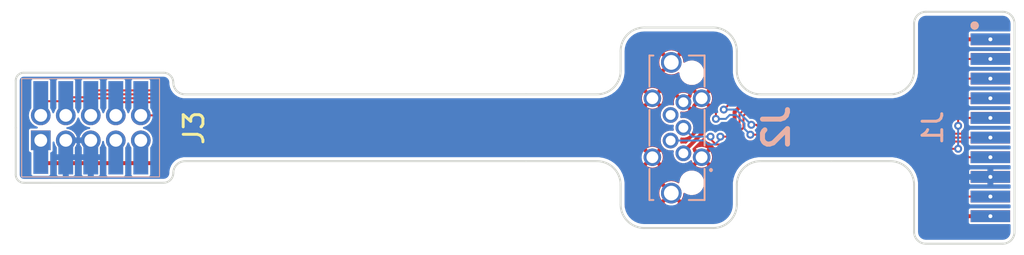
<source format=kicad_pcb>
(kicad_pcb (version 20221018) (generator pcbnew)
  (layers (0 "F.Cu" signal) (31 "B.Cu" signal) (34 "B.Paste" user) (35 "F.Paste" user) (36 "B.SilkS" user "B.Silkscreen") (37 "F.SilkS" user "F.Silkscreen") (38 "B.Mask" user) (39 "F.Mask" user) (44 "Edge.Cuts" user))
  (net 0 "")
  (net 1 "/USB_D+")
  (net 2 "/USB_D-")
  (net 3 "/USB_VBUS")
  (net 4 "/T_JTDI{slash}NC")
  (net 5 "/T_JTMS{slash}T_SWDIO")
  (net 6 "/T_JCLK{slash}T_SWCLK")
  (net 7 "/T_JTDO{slash}T_SWO")
  (net 8 "/GND")
  (net 9 "/T_NRST")
  (net 10 "/T_VCC")
  (net 11 "/USB_SHIELD")
  (footprint "DaisyInterconnect:2x05_P1.27mm_SMD" (layer "F.Cu") (at 18.6 20 90)
    (fp_text reference "J3" (at 0 5.2475 90) (layer "F.SilkS"))
    (fp_text value "20021321-00010C4LF" hide)
    (fp_rect (start -2.5 -3.5) (end 2.5 3.5) (stroke (width 0.05)) (fill none) (layer "B.SilkS"))
    (pad "1" smd rect (at -1.47375 -2.5275 90) (size 1.7475 0.755) (layers "B.Cu" "B.Paste" "B.Mask") (net 10 "/T_VCC"))
    (pad "1" thru_hole rect (at -0.64 -2.53 90) (size 1 1) (drill 0.65) (layers "*.Cu" "*.Mask") (net 10 "/T_VCC"))
    (pad "2" thru_hole oval (at 0.63 -2.53 90) (size 1 1) (drill 0.65) (layers "*.Cu" "*.Mask") (net 5 "/T_JTMS{slash}T_SWDIO"))
    (pad "2" smd rect (at 1.5 -2.53 90) (size 1.7475 0.755) (layers "B.Cu" "B.Paste" "B.Mask") (net 5 "/T_JTMS{slash}T_SWDIO"))
    (pad "3" smd rect (at -1.5 -1.26 90) (size 1.7475 0.755) (layers "B.Cu" "B.Paste" "B.Mask") (net 8 "/GND"))
    (pad "3" thru_hole oval (at -0.64 -1.26 90) (size 1 1) (drill 0.65) (layers "*.Cu" "*.Mask") (net 8 "/GND"))
    (pad "4" thru_hole oval (at 0.63 -1.26 90) (size 1 1) (drill 0.65) (layers "*.Cu" "*.Mask") (net 6 "/T_JCLK{slash}T_SWCLK"))
    (pad "4" smd rect (at 1.5 -1.26 90) (size 1.7475 0.755) (layers "B.Cu" "B.Paste" "B.Mask") (net 6 "/T_JCLK{slash}T_SWCLK"))
    (pad "5" smd rect (at -1.5 0.01 90) (size 1.7475 0.755) (layers "B.Cu" "B.Paste" "B.Mask") (net 8 "/GND"))
    (pad "5" thru_hole oval (at -0.64 0.01 90) (size 1 1) (drill 0.65) (layers "*.Cu" "*.Mask") (net 8 "/GND"))
    (pad "6" thru_hole oval (at 0.63 0.01 90) (size 1 1) (drill 0.65) (layers "*.Cu" "*.Mask") (net 7 "/T_JTDO{slash}T_SWO"))
    (pad "6" smd rect (at 1.5 0.01 90) (size 1.7475 0.755) (layers "B.Cu" "B.Paste" "B.Mask") (net 7 "/T_JTDO{slash}T_SWO"))
    (pad "7" smd rect (at -1.5 1.28 90) (size 1.7475 0.755) (layers "B.Cu" "B.Paste" "B.Mask"))
    (pad "7" thru_hole oval (at -0.64 1.28 90) (size 1 1) (drill 0.65) (layers "*.Cu" "*.Mask"))
    (pad "8" thru_hole oval (at 0.63 1.28 90) (size 1 1) (drill 0.65) (layers "*.Cu" "*.Mask") (net 4 "/T_JTDI{slash}NC"))
    (pad "8" smd rect (at 1.5 1.28 90) (size 1.7475 0.755) (layers "B.Cu" "B.Paste" "B.Mask") (net 4 "/T_JTDI{slash}NC"))
    (pad "9" smd rect (at -1.5 2.55 90) (size 1.7475 0.755) (layers "B.Cu" "B.Paste" "B.Mask"))
    (pad "9" thru_hole oval (at -0.64 2.55 90) (size 1 1) (drill 0.65) (layers "*.Cu" "*.Mask"))
    (pad "10" thru_hole oval (at 0.63 2.55 90) (size 1 1) (drill 0.65) (layers "*.Cu" "*.Mask") (net 9 "/T_NRST"))
    (pad "10" smd rect (at 1.5 2.55 90) (size 1.7475 0.755) (layers "B.Cu" "B.Paste" "B.Mask") (net 9 "/T_NRST"))
  )
  (footprint "DaisyInterconnect:USB315030130A" (layer "B.Cu") (at 48.375 20 90)
    (fp_text reference "J2" (at 0.016 5.0355 90) (layer "B.SilkS") (effects (font (size 1.27 1.27) (thickness 0.254)) (justify mirror)))
    (fp_text value "USB3150-30-130-A" hide)
    (fp_line (start -3.675 -1.4) (end -3.675 -1.2) (stroke (width 0.1)) (layer "B.SilkS"))
    (fp_line (start -3.675 1.4) (end -3.675 0.6) (stroke (width 0.1)) (layer "B.SilkS"))
    (fp_line (start -2.2 1.725) (end -2.2 1.725) (stroke (width 0.1)) (layer "B.SilkS"))
    (fp_line (start -2.1 -1.4) (end -3.675 -1.4) (stroke (width 0.1)) (layer "B.SilkS"))
    (fp_line (start -2.1 1.4) (end -3.675 1.4) (stroke (width 0.1)) (layer "B.SilkS"))
    (fp_line (start -2.1 1.725) (end -2.1 1.725) (stroke (width 0.1)) (layer "B.SilkS"))
    (fp_line (start -0.9 -1.4) (end 0.9 -1.4) (stroke (width 0.1)) (layer "B.SilkS"))
    (fp_line (start -0.9 1.4) (end 0.9 1.4) (stroke (width 0.1)) (layer "B.SilkS"))
    (fp_line (start 2.1 -1.4) (end 3.675 -1.4) (stroke (width 0.1)) (layer "B.SilkS"))
    (fp_line (start 2.1 1.4) (end 3.675 1.4) (stroke (width 0.1)) (layer "B.SilkS"))
    (fp_line (start 3.675 -1.4) (end 3.675 -1.2) (stroke (width 0.1)) (layer "B.SilkS"))
    (fp_line (start 3.675 1.4) (end 3.675 0.6) (stroke (width 0.1)) (layer "B.SilkS"))
    (fp_arc (start -2.2 1.725) (mid -2.15 1.675) (end -2.1 1.725) (stroke (width 0.1)) (layer "B.SilkS"))
    (fp_arc (start -2.1 1.725) (mid -2.15 1.775) (end -2.2 1.725) (stroke (width 0.1)) (layer "B.SilkS"))
    (pad "" np_thru_hole circle (at -2.8 0.75 90) (size 0.85 0.85) (drill 0.85) (layers "*.Cu" "*.Mask"))
    (pad "" np_thru_hole circle (at 2.8 0.75 90) (size 0.85 0.85) (drill 0.85) (layers "*.Cu" "*.Mask"))
    (pad "1" thru_hole circle (at -1.3 0.325 90) (size 0.8 0.8) (drill 0.5) (layers "*.Cu" "*.Mask") (net 3 "/USB_VBUS"))
    (pad "2" thru_hole circle (at -0.65 -0.325 90) (size 0.8 0.8) (drill 0.5) (layers "*.Cu" "*.Mask") (net 2 "/USB_D-"))
    (pad "3" thru_hole circle (at 0 0.325 90) (size 0.8 0.8) (drill 0.5) (layers "*.Cu" "*.Mask") (net 1 "/USB_D+"))
    (pad "4" thru_hole circle (at 0.65 -0.325 90) (size 0.8 0.8) (drill 0.5) (layers "*.Cu" "*.Mask"))
    (pad "5" thru_hole circle (at 1.3 0.325 90) (size 0.8 0.8) (drill 0.5) (layers "*.Cu" "*.Mask") (net 11 "/USB_SHIELD"))
    (pad "S1" thru_hole circle (at -3.325 -0.29 90) (size 1.05 1.05) (drill 0.75) (layers "*.Cu" "*.Mask") (net 11 "/USB_SHIELD"))
    (pad "S2" thru_hole circle (at 3.325 -0.29 90) (size 1.05 1.05) (drill 0.75) (layers "*.Cu" "*.Mask") (net 11 "/USB_SHIELD"))
    (pad "S3" thru_hole circle (at -1.5 -1.25 90) (size 0.89 0.89) (drill 0.6) (layers "*.Cu" "*.Mask") (net 11 "/USB_SHIELD"))
    (pad "S4" thru_hole circle (at 1.5 -1.25 90) (size 0.89 0.89) (drill 0.6) (layers "*.Cu" "*.Mask") (net 11 "/USB_SHIELD"))
    (pad "S5" thru_hole circle (at 1.5 1.25 90) (size 0.89 0.89) (drill 0.6) (layers "*.Cu" "*.Mask") (net 11 "/USB_SHIELD"))
    (pad "S6" thru_hole circle (at -1.5 1.25 90) (size 0.89 0.89) (drill 0.6) (layers "*.Cu" "*.Mask") (net 11 "/USB_SHIELD"))
  )
  (footprint "DaisyInterconnect:DaisyInterconnect" (layer "B.Cu") (at 63.1875 20 90)
    (fp_text reference "J1" (at 0 -1.825 90) (layer "B.SilkS") (effects (justify mirror)))
    (fp_text value "DaisyInterconnect" hide)
    (fp_circle (center 5.2 0.3) (end 5.36 0.3) (stroke (width 0.1)) (fill solid) (layer "B.SilkS"))
    (fp_circle (center 5.2 0.3) (end 5.36 0.3) (stroke (width 0.1)) (fill solid) (layer "F.SilkS"))
    (pad "1" smd rect (at 4.5 1.1 90) (size 0.6 2) (layers "F.Cu" "F.Paste" "F.Mask") (net 3 "/USB_VBUS"))
    (pad "1" smd rect (at 4.5 1.1 90) (size 0.6 2) (layers "B.Cu" "B.Paste" "B.Mask") (net 3 "/USB_VBUS"))
    (pad "2" smd rect (at 3.5 1.1 90) (size 0.6 2) (layers "F.Cu" "F.Paste" "F.Mask") (net 2 "/USB_D-"))
    (pad "2" smd rect (at 3.5 1.1 90) (size 0.6 2) (layers "B.Cu" "B.Paste" "B.Mask") (net 2 "/USB_D-"))
    (pad "3" smd rect (at 2.5 1.1 90) (size 0.6 2) (layers "F.Cu" "F.Paste" "F.Mask") (net 1 "/USB_D+"))
    (pad "3" smd rect (at 2.5 1.1 90) (size 0.6 2) (layers "B.Cu" "B.Paste" "B.Mask") (net 1 "/USB_D+"))
    (pad "4" smd rect (at 1.5 1.1 90) (size 0.6 2) (layers "F.Cu" "F.Paste" "F.Mask") (net 4 "/T_JTDI{slash}NC"))
    (pad "4" smd rect (at 1.5 1.1 90) (size 0.6 2) (layers "B.Cu" "B.Paste" "B.Mask") (net 4 "/T_JTDI{slash}NC"))
    (pad "5" smd rect (at 0.5 1.1 90) (size 0.6 2) (layers "F.Cu" "F.Paste" "F.Mask") (net 5 "/T_JTMS{slash}T_SWDIO"))
    (pad "5" smd rect (at 0.5 1.1 90) (size 0.6 2) (layers "B.Cu" "B.Paste" "B.Mask") (net 5 "/T_JTMS{slash}T_SWDIO"))
    (pad "6" smd rect (at -0.5 1.1 90) (size 0.6 2) (layers "F.Cu" "F.Paste" "F.Mask") (net 6 "/T_JCLK{slash}T_SWCLK"))
    (pad "6" smd rect (at -0.5 1.1 90) (size 0.6 2) (layers "B.Cu" "B.Paste" "B.Mask") (net 6 "/T_JCLK{slash}T_SWCLK"))
    (pad "7" smd rect (at -1.5 1.1 90) (size 0.6 2) (layers "F.Cu" "F.Paste" "F.Mask") (net 7 "/T_JTDO{slash}T_SWO"))
    (pad "7" smd rect (at -1.5 1.1 90) (size 0.6 2) (layers "B.Cu" "B.Paste" "B.Mask") (net 7 "/T_JTDO{slash}T_SWO"))
    (pad "8" smd rect (at -2.5 1.1 90) (size 0.6 2) (layers "F.Cu" "F.Paste" "F.Mask") (net 8 "/GND"))
    (pad "8" smd rect (at -2.5 1.1 90) (size 0.6 2) (layers "B.Cu" "B.Paste" "B.Mask") (net 8 "/GND"))
    (pad "9" smd rect (at -3.5 1.1 90) (size 0.6 2) (layers "F.Cu" "F.Paste" "F.Mask") (net 9 "/T_NRST"))
    (pad "9" smd rect (at -3.5 1.1 90) (size 0.6 2) (layers "B.Cu" "B.Paste" "B.Mask") (net 9 "/T_NRST"))
    (pad "10" smd rect (at -4.5 1.1 90) (size 0.6 2) (layers "F.Cu" "F.Paste" "F.Mask") (net 10 "/T_VCC"))
    (pad "10" smd rect (at -4.5 1.1 90) (size 0.6 2) (layers "B.Cu" "B.Paste" "B.Mask") (net 10 "/T_VCC"))
  )
  (gr_arc (start 23.4 18.3) (mid 22.975736 18.124264) (end 22.8 17.7) (stroke (width 0.1)) (layer "Edge.Cuts"))
  (gr_line (start 64.9125 25.9) (end 61.0125 25.9) (stroke (width 0.1)) (layer "Edge.Cuts"))
  (gr_arc (start 64.9125 14.1) (mid 65.336764 14.275736) (end 65.5125 14.7) (stroke (width 0.1)) (layer "Edge.Cuts"))
  (gr_arc (start 52.6125 18.3) (mid 51.763972 17.948528) (end 51.4125 17.1) (stroke (width 0.1)) (layer "Edge.Cuts"))
  (gr_arc (start 61.0125 25.9) (mid 60.588236 25.724264) (end 60.4125 25.3) (stroke (width 0.1)) (layer "Edge.Cuts"))
  (gr_line (start 15.20625 17.2) (end 22.3 17.2) (stroke (width 0.1)) (layer "Edge.Cuts"))
  (gr_arc (start 51.4125 22.9) (mid 51.763972 22.051472) (end 52.6125 21.7) (stroke (width 0.1)) (layer "Edge.Cuts"))
  (gr_line (start 56.2125 18.3) (end 59.2125 18.3) (stroke (width 0.1)) (layer "Edge.Cuts"))
  (gr_arc (start 60.4125 17.1) (mid 60.061028 17.948528) (end 59.2125 18.3) (stroke (width 0.1)) (layer "Edge.Cuts"))
  (gr_arc (start 15.2125 22.800368) (mid 14.920818 22.67955) (end 14.8 22.387868) (stroke (width 0.1)) (layer "Edge.Cuts"))
  (gr_arc (start 50.2125 14.9) (mid 51.061028 15.251472) (end 51.4125 16.1) (stroke (width 0.1)) (layer "Edge.Cuts"))
  (gr_line (start 65.5125 14.7) (end 65.5125 20) (stroke (width 0.1)) (layer "Edge.Cuts"))
  (gr_line (start 51.4125 17.1) (end 51.4125 16.1) (stroke (width 0.1)) (layer "Edge.Cuts"))
  (gr_line (start 60.4125 25.3) (end 60.4125 22.9) (stroke (width 0.1)) (layer "Edge.Cuts"))
  (gr_line (start 23.4 18.3) (end 40.7125 18.3) (stroke (width 0.1)) (layer "Edge.Cuts"))
  (gr_arc (start 14.8 17.6) (mid 14.917157 17.317157) (end 15.2 17.2) (stroke (width 0.1)) (layer "Edge.Cuts"))
  (gr_line (start 56.2125 21.7) (end 59.2125 21.7) (stroke (width 0.1)) (layer "Edge.Cuts"))
  (gr_arc (start 22.8 22.299816) (mid 22.653553 22.653369) (end 22.3 22.799816) (stroke (width 0.1)) (layer "Edge.Cuts"))
  (gr_arc (start 22.3 17.2) (mid 22.653553 17.346447) (end 22.8 17.7) (stroke (width 0.1)) (layer "Edge.Cuts"))
  (gr_arc (start 45.5125 16.1) (mid 45.863972 15.251472) (end 46.7125 14.9) (stroke (width 0.1)) (layer "Edge.Cuts"))
  (gr_line (start 23.4 21.7) (end 40.7125 21.7) (stroke (width 0.1)) (layer "Edge.Cuts"))
  (gr_arc (start 44.3125 21.7) (mid 45.161028 22.051472) (end 45.5125 22.9) (stroke (width 0.1)) (layer "Edge.Cuts"))
  (gr_arc (start 60.4125 14.7) (mid 60.588236 14.275736) (end 61.0125 14.1) (stroke (width 0.1)) (layer "Edge.Cuts"))
  (gr_line (start 64.9125 14.1) (end 61.0125 14.1) (stroke (width 0.1)) (layer "Edge.Cuts"))
  (gr_line (start 60.4125 14.7) (end 60.4125 17.1) (stroke (width 0.1)) (layer "Edge.Cuts"))
  (gr_line (start 14.8 22.387868) (end 14.8 20) (stroke (width 0.1)) (layer "Edge.Cuts"))
  (gr_line (start 52.6125 18.3) (end 56.2125 18.3) (stroke (width 0.1)) (layer "Edge.Cuts"))
  (gr_arc (start 65.5125 25.3) (mid 65.336764 25.724264) (end 64.9125 25.9) (stroke (width 0.1)) (layer "Edge.Cuts"))
  (gr_line (start 45.5125 22.9) (end 45.5125 23.9) (stroke (width 0.1)) (layer "Edge.Cuts"))
  (gr_arc (start 45.5125 17.1) (mid 45.161028 17.948528) (end 44.3125 18.3) (stroke (width 0.1)) (layer "Edge.Cuts"))
  (gr_arc (start 22.8 22.299816) (mid 22.975801 21.875671) (end 23.4 21.7) (stroke (width 0.1)) (layer "Edge.Cuts"))
  (gr_arc (start 51.4125 23.9) (mid 51.061028 24.748528) (end 50.2125 25.1) (stroke (width 0.1)) (layer "Edge.Cuts"))
  (gr_line (start 40.7125 18.3) (end 44.3125 18.3) (stroke (width 0.1)) (layer "Edge.Cuts"))
  (gr_line (start 46.7125 25.1) (end 50.2125 25.1) (stroke (width 0.1)) (layer "Edge.Cuts"))
  (gr_line (start 45.5125 17.1) (end 45.5125 16.1) (stroke (width 0.1)) (layer "Edge.Cuts"))
  (gr_line (start 51.4125 22.9) (end 51.4125 23.9) (stroke (width 0.1)) (layer "Edge.Cuts"))
  (gr_arc (start 46.7125 25.1) (mid 45.863972 24.748528) (end 45.5125 23.9) (stroke (width 0.1)) (layer "Edge.Cuts"))
  (gr_line (start 46.7125 14.9) (end 50.2125 14.9) (stroke (width 0.1)) (layer "Edge.Cuts"))
  (gr_line (start 15.2125 22.800368) (end 22.3 22.799816) (stroke (width 0.1)) (layer "Edge.Cuts"))
  (gr_arc (start 59.2125 21.7) (mid 60.061028 22.051472) (end 60.4125 22.9) (stroke (width 0.1)) (layer "Edge.Cuts"))
  (gr_line (start 65.5125 25.3) (end 65.5125 20) (stroke (width 0.1)) (layer "Edge.Cuts"))
  (gr_line (start 40.7125 21.7) (end 44.3125 21.7) (stroke (width 0.1)) (layer "Edge.Cuts"))
  (gr_line (start 14.8 17.6) (end 14.8 20) (stroke (width 0.1)) (layer "Edge.Cuts"))
  (gr_line (start 52.6125 21.7) (end 56.2125 21.7) (stroke (width 0.1)) (layer "Edge.Cuts"))
  (segment (start 61.6 17.1) (end 62.387499 17.1) (width 0.1) (layer "F.Cu") (net 1))
  (segment (start 51.75 19.382842) (end 51.882842 19.25) (width 0.1) (layer "F.Cu") (net 1))
  (segment (start 50.7 20.85) (end 50.9 20.65) (width 0.1) (layer "F.Cu") (net 1))
  (segment (start 62.387499 17.1) (end 62.787499 17.5) (width 0.1) (layer "F.Cu") (net 1))
  (segment (start 50.9 20.65) (end 51.091422 20.65) (width 0.1) (layer "F.Cu") (net 1))
  (segment (start 50.075654 20.575654) (end 50.35 20.85) (width 0.1) (layer "F.Cu") (net 1))
  (segment (start 51.75 19.991422) (end 51.75 19.382842) (width 0.1) (layer "F.Cu") (net 1))
  (segment (start 61.4 17.891422) (end 61.4 17.3) (width 0.1) (layer "F.Cu") (net 1))
  (segment (start 50.35 20.85) (end 50.7 20.85) (width 0.1) (layer "F.Cu") (net 1))
  (segment (start 61.4 17.3) (end 61.6 17.1) (width 0.1) (layer "F.Cu") (net 1))
  (segment (start 62.787499 17.5) (end 64.2875 17.5) (width 0.1) (layer "F.Cu") (net 1))
  (segment (start 51.882842 19.25) (end 60.041422 19.25) (width 0.1) (layer "F.Cu") (net 1))
  (segment (start 60.041422 19.25) (end 61.4 17.891422) (width 0.1) (layer "F.Cu") (net 1))
  (segment (start 51.091422 20.65) (end 51.75 19.991422) (width 0.1) (layer "F.Cu") (net 1))
  (segment (start 50.075654 20.450552) (end 50.075654 20.575654) (width 0.1) (layer "F.Cu") (net 1))
  (via (at 50.075654 20.450552) (size 0.4) (drill 0.2) (layers "F.Cu" "B.Cu") (net 1))
  (via (at 64.2875 17.5) (size 0.4) (drill 0.2) (layers "F.Cu" "B.Cu") (net 1))
  (segment (start 49.15 20.45) (end 48.7 20) (width 0.1) (layer "B.Cu") (net 1))
  (segment (start 50.075654 20.450552) (end 50.075102 20.45) (width 0.1) (layer "B.Cu") (net 1))
  (segment (start 50.075102 20.45) (end 49.15 20.45) (width 0.1) (layer "B.Cu") (net 1))
  (segment (start 51.55 19.3) (end 51.8 19.05) (width 0.1) (layer "F.Cu") (net 2))
  (segment (start 61.2 17.2) (end 61.5 16.9) (width 0.1) (layer "F.Cu") (net 2))
  (segment (start 61.5 16.9) (end 62.387499 16.9) (width 0.1) (layer "F.Cu") (net 2))
  (segment (start 62.387499 16.9) (end 62.787499 16.5) (width 0.1) (layer "F.Cu") (net 2))
  (segment (start 59.958578 19.05) (end 61.2 17.808578) (width 0.1) (layer "F.Cu") (net 2))
  (segment (start 50.575156 20.4505) (end 51.008078 20.4505) (width 0.1) (layer "F.Cu") (net 2))
  (segment (start 61.2 17.808578) (end 61.2 17.2) (width 0.1) (layer "F.Cu") (net 2))
  (segment (start 51.008078 20.4505) (end 51.55 19.908578) (width 0.1) (layer "F.Cu") (net 2))
  (segment (start 51.8 19.05) (end 59.958578 19.05) (width 0.1) (layer "F.Cu") (net 2))
  (segment (start 62.787499 16.5) (end 64.2875 16.5) (width 0.1) (layer "F.Cu") (net 2))
  (segment (start 51.55 19.908578) (end 51.55 19.3) (width 0.1) (layer "F.Cu") (net 2))
  (via (at 64.2875 16.5) (size 0.4) (drill 0.2) (layers "F.Cu" "B.Cu") (net 2))
  (via (at 50.575156 20.4505) (size 0.4) (drill 0.2) (layers "F.Cu" "B.Cu") (net 2))
  (segment (start 50.3 20.85) (end 49.95 20.85) (width 0.1) (layer "B.Cu") (net 2))
  (segment (start 50.575156 20.574844) (end 50.3 20.85) (width 0.1) (layer "B.Cu") (net 2))
  (segment (start 49.95 20.85) (end 49.75 20.65) (width 0.1) (layer "B.Cu") (net 2))
  (segment (start 49.75 20.65) (end 48.05 20.65) (width 0.1) (layer "B.Cu") (net 2))
  (segment (start 50.575156 20.4505) (end 50.575156 20.574844) (width 0.1) (layer "B.Cu") (net 2))
  (segment (start 48.7 21.234314) (end 48.7 21.3) (width 0.2) (layer "F.Cu") (net 3))
  (segment (start 61.396446 16.65) (end 60.95 17.096446) (width 0.2) (layer "F.Cu") (net 3))
  (segment (start 62.9 15.5) (end 62.65 15.75) (width 0.2) (layer "F.Cu") (net 3))
  (segment (start 62.65 16.25) (end 62.25 16.65) (width 0.2) (layer "F.Cu") (net 3))
  (segment (start 59.855024 18.8) (end 51.696446 18.8) (width 0.2) (layer "F.Cu") (net 3))
  (segment (start 60.95 17.096446) (end 60.95 17.705024) (width 0.2) (layer "F.Cu") (net 3))
  (segment (start 51.696446 18.8) (end 51.3 19.196446) (width 0.2) (layer "F.Cu") (net 3))
  (segment (start 60.95 17.705024) (end 59.855024 18.8) (width 0.2) (layer "F.Cu") (net 3))
  (segment (start 51.075 20.025) (end 49.909314 20.025) (width 0.2) (layer "F.Cu") (net 3))
  (segment (start 51.3 19.196446) (end 51.3 19.8) (width 0.2) (layer "F.Cu") (net 3))
  (segment (start 62.25 16.65) (end 61.396446 16.65) (width 0.2) (layer "F.Cu") (net 3))
  (segment (start 64.2875 15.5) (end 62.9 15.5) (width 0.2) (layer "F.Cu") (net 3))
  (segment (start 51.3 19.8) (end 51.075 20.025) (width 0.2) (layer "F.Cu") (net 3))
  (segment (start 49.909314 20.025) (end 48.7 21.234314) (width 0.2) (layer "F.Cu") (net 3))
  (segment (start 62.65 15.75) (end 62.65 16.25) (width 0.2) (layer "F.Cu") (net 3))
  (via (at 64.2875 15.5) (size 0.4) (drill 0.2) (layers "F.Cu" "B.Cu") (net 3))
  (segment (start 50.55 22.192823) (end 50.55 23.763605) (width 0.1) (layer "F.Cu") (net 4))
  (segment (start 62.171884 21.071884) (end 62 20.9) (width 0.1) (layer "F.Cu") (net 4))
  (segment (start 62.6505 19.9) (end 62.6505 19.4995) (width 0.1) (layer "F.Cu") (net 4))
  (segment (start 63.1 18.5) (end 64.2875 18.5) (width 0.1) (layer "F.Cu") (net 4))
  (segment (start 19.88 18.87) (end 19.88 19.37) (width 0.1) (layer "F.Cu") (net 4))
  (segment (start 50.013604 24.3) (end 46.736396 24.3) (width 0.1) (layer "F.Cu") (net 4))
  (segment (start 46.278705 20.628705) (end 45.7 20.05) (width 0.1) (layer "F.Cu") (net 4))
  (segment (start 63 18.6) (end 63.1 18.5) (width 0.1) (layer "F.Cu") (net 4))
  (segment (start 63 19.15) (end 63 18.6) (width 0.1) (layer "F.Cu") (net 4))
  (segment (start 46.736396 24.3) (end 46.278705 23.842309) (width 0.1) (layer "F.Cu") (net 4))
  (segment (start 20.05 18.7) (end 19.88 18.87) (width 0.1) (layer "F.Cu") (net 4))
  (segment (start 22.051474 18.7) (end 20.05 18.7) (width 0.1) (layer "F.Cu") (net 4))
  (segment (start 50.55 23.763605) (end 50.013604 24.3) (width 0.1) (layer "F.Cu") (net 4))
  (segment (start 45.7 20.05) (end 23.401474 20.05) (width 0.1) (layer "F.Cu") (net 4))
  (segment (start 23.401474 20.05) (end 22.051474 18.7) (width 0.1) (layer "F.Cu") (net 4))
  (segment (start 62 20.9) (end 51.842823 20.9) (width 0.1) (layer "F.Cu") (net 4))
  (segment (start 51.842823 20.9) (end 50.55 22.192823) (width 0.1) (layer "F.Cu") (net 4))
  (segment (start 46.278705 23.842309) (end 46.278705 20.628705) (width 0.1) (layer "F.Cu") (net 4))
  (segment (start 62.6505 21.071884) (end 62.171884 21.071884) (width 0.1) (layer "F.Cu") (net 4))
  (segment (start 62.6505 19.4995) (end 63 19.15) (width 0.1) (layer "F.Cu") (net 4))
  (via (at 64.2875 18.5) (size 0.4) (drill 0.2) (layers "F.Cu" "B.Cu") (net 4))
  (via (at 62.6505 21.071884) (size 0.4) (drill 0.2) (layers "F.Cu" "B.Cu") (net 4))
  (via (at 62.6505 19.9) (size 0.4) (drill 0.2) (layers "F.Cu" "B.Cu") (net 4))
  (segment (start 62.6505 19.9) (end 62.6505 21.071884) (width 0.1) (layer "B.Cu") (net 4))
  (segment (start 50.382842 15.25) (end 46.55 15.25) (width 0.1) (layer "F.Cu") (net 5))
  (segment (start 52.15 19.85) (end 52.4 19.85) (width 0.1) (layer "F.Cu") (net 5))
  (segment (start 45.717158 19.45) (end 23.65 19.45) (width 0.1) (layer "F.Cu") (net 5))
  (segment (start 18.684315 18.1) (end 18.334315 18.45) (width 0.1) (layer "F.Cu") (net 5))
  (segment (start 63 20.1) (end 63 19.65) (width 0.1) (layer "F.Cu") (net 5))
  (segment (start 17.217157 18.65) (end 16.25 18.65) (width 0.1) (layer "F.Cu") (net 5))
  (segment (start 17.417158 18.45) (end 17.217157 18.65) (width 0.1) (layer "F.Cu") (net 5))
  (segment (start 62.8 20.3) (end 63 20.1) (width 0.1) (layer "F.Cu") (net 5))
  (segment (start 51.05 15.917158) (end 50.382842 15.25) (width 0.1) (layer "F.Cu") (net 5))
  (segment (start 51.05 18.774048) (end 51.05 15.917158) (width 0.1) (layer "F.Cu") (net 5))
  (segment (start 45.862813 15.937187) (end 45.862813 19.304345) (width 0.1) (layer "F.Cu") (net 5))
  (segment (start 23.65 19.45) (end 22.3 18.1) (width 0.1) (layer "F.Cu") (net 5))
  (segment (start 46.55 15.25) (end 45.862813 15.937187) (width 0.1) (layer "F.Cu") (net 5))
  (segment (start 52.4 19.85) (end 52.85 20.3) (width 0.1) (layer "F.Cu") (net 5))
  (segment (start 22.3 18.1) (end 18.684315 18.1) (width 0.1) (layer "F.Cu") (net 5))
  (segment (start 45.862813 19.304345) (end 45.717158 19.45) (width 0.1) (layer "F.Cu") (net 5))
  (segment (start 18.334315 18.45) (end 17.417158 18.45) (width 0.1) (layer "F.Cu") (net 5))
  (segment (start 16.07 18.83) (end 16.07 19.37) (width 0.1) (layer "F.Cu") (net 5))
  (segment (start 63 19.65) (end 63.15 19.5) (width 0.1) (layer "F.Cu") (net 5))
  (segment (start 63.15 19.5) (end 64.2875 19.5) (width 0.1) (layer "F.Cu") (net 5))
  (segment (start 52.85 20.3) (end 62.8 20.3) (width 0.1) (layer "F.Cu") (net 5))
  (segment (start 16.25 18.65) (end 16.07 18.83) (width 0.1) (layer "F.Cu") (net 5))
  (segment (start 50.75 19.074048) (end 51.05 18.774048) (width 0.1) (layer "F.Cu") (net 5))
  (via (at 64.2875 19.5) (size 0.4) (drill 0.2) (layers "F.Cu" "B.Cu") (net 5))
  (via (at 50.75 19.074048) (size 0.4) (drill 0.2) (layers "F.Cu" "B.Cu") (net 5))
  (via (at 52.15 19.85) (size 0.4) (drill 0.2) (layers "F.Cu" "B.Cu") (net 5))
  (segment (start 50.75 19.074048) (end 51.374048 19.074048) (width 0.1) (layer "B.Cu") (net 5))
  (segment (start 51.374048 19.074048) (end 52.15 19.85) (width 0.1) (layer "B.Cu") (net 5))
  (segment (start 18.417157 18.65) (end 17.5 18.65) (width 0.1) (layer "F.Cu") (net 6))
  (segment (start 52.65 20.5) (end 64.2875 20.5) (width 0.1) (layer "F.Cu") (net 6))
  (segment (start 45.8 19.65) (end 23.567158 19.65) (width 0.1) (layer "F.Cu") (net 6))
  (segment (start 52.5005 20.3505) (end 52.65 20.5) (width 0.1) (layer "F.Cu") (net 6))
  (segment (start 50.3 15.45) (end 46.632842 15.45) (width 0.1) (layer "F.Cu") (net 6))
  (segment (start 22.217158 18.3) (end 18.767158 18.3) (width 0.1) (layer "F.Cu") (net 6))
  (segment (start 46.062813 19.387187) (end 45.8 19.65) (width 0.1) (layer "F.Cu") (net 6))
  (segment (start 46.062813 16.020029) (end 46.062813 19.387187) (width 0.1) (layer "F.Cu") (net 6))
  (segment (start 17.5 18.65) (end 17.34 18.81) (width 0.1) (layer "F.Cu") (net 6))
  (segment (start 50.35 19.55) (end 50.35 18.979073) (width 0.1) (layer "F.Cu") (net 6))
  (segment (start 23.567158 19.65) (end 22.217158 18.3) (width 0.1) (layer "F.Cu") (net 6))
  (segment (start 50.85 18.479073) (end 50.85 16) (width 0.1) (layer "F.Cu") (net 6))
  (segment (start 52.1 20.3505) (end 52.5005 20.3505) (width 0.1) (layer "F.Cu") (net 6))
  (segment (start 18.767158 18.3) (end 18.417157 18.65) (width 0.1) (layer "F.Cu") (net 6))
  (segment (start 50.85 16) (end 50.3 15.45) (width 0.1) (layer "F.Cu") (net 6))
  (segment (start 46.632842 15.45) (end 46.062813 16.020029) (width 0.1) (layer "F.Cu") (net 6))
  (segment (start 17.34 18.81) (end 17.34 19.37) (width 0.1) (layer "F.Cu") (net 6))
  (segment (start 50.35 18.979073) (end 50.85 18.479073) (width 0.1) (layer "F.Cu") (net 6))
  (via (at 52.1 20.3505) (size 0.4) (drill 0.2) (layers "F.Cu" "B.Cu") (net 6))
  (via (at 50.35 19.55) (size 0.4) (drill 0.2) (layers "F.Cu" "B.Cu") (net 6))
  (via (at 64.2875 20.5) (size 0.4) (drill 0.2) (layers "F.Cu" "B.Cu") (net 6))
  (segment (start 51.8 19.782842) (end 51.8 20.0505) (width 0.1) (layer "B.Cu") (net 6))
  (segment (start 51.05 19.35) (end 51.367158 19.35) (width 0.1) (layer "B.Cu") (net 6))
  (segment (start 50.35 19.55) (end 50.85 19.55) (width 0.1) (layer "B.Cu") (net 6))
  (segment (start 51.8 20.0505) (end 52.1 20.3505) (width 0.1) (layer "B.Cu") (net 6))
  (segment (start 50.85 19.55) (end 51.05 19.35) (width 0.1) (layer "B.Cu") (net 6))
  (segment (start 51.367158 19.35) (end 51.8 19.782842) (width 0.1) (layer "B.Cu") (net 6))
  (segment (start 45.8 19.85) (end 46.478705 20.528705) (width 0.1) (layer "F.Cu") (net 7))
  (segment (start 63 20.9) (end 63 21.3) (width 0.1) (layer "F.Cu") (net 7))
  (segment (start 62.8 20.7) (end 63 20.9) (width 0.1) (layer "F.Cu") (net 7))
  (segment (start 63.2 21.5) (end 64.2875 21.5) (width 0.1) (layer "F.Cu") (net 7))
  (segment (start 23.484316 19.85) (end 45.8 19.85) (width 0.1) (layer "F.Cu") (net 7))
  (segment (start 49.930762 24.1) (end 50.35 23.680762) (width 0.1) (layer "F.Cu") (net 7))
  (segment (start 46.478705 23.759467) (end 46.819238 24.1) (width 0.1) (layer "F.Cu") (net 7))
  (segment (start 46.478705 20.528705) (end 46.478705 23.759467) (width 0.1) (layer "F.Cu") (net 7))
  (segment (start 50.35 22.109981) (end 51.759981 20.7) (width 0.1) (layer "F.Cu") (net 7))
  (segment (start 51.759981 20.7) (end 62.8 20.7) (width 0.1) (layer "F.Cu") (net 7))
  (segment (start 22.134316 18.5) (end 23.484316 19.85) (width 0.1) (layer "F.Cu") (net 7))
  (segment (start 50.35 23.680762) (end 50.35 22.109981) (width 0.1) (layer "F.Cu") (net 7))
  (segment (start 46.819238 24.1) (end 49.930762 24.1) (width 0.1) (layer "F.Cu") (net 7))
  (segment (start 18.85 18.5) (end 22.134316 18.5) (width 0.1) (layer "F.Cu") (net 7))
  (segment (start 63 21.3) (end 63.2 21.5) (width 0.1) (layer "F.Cu") (net 7))
  (segment (start 18.61 18.74) (end 18.85 18.5) (width 0.1) (layer "F.Cu") (net 7))
  (segment (start 18.61 19.37) (end 18.61 18.74) (width 0.1) (layer "F.Cu") (net 7))
  (via (at 64.2875 21.5) (size 0.4) (drill 0.2) (layers "F.Cu" "B.Cu") (net 7))
  (via (at 64.2875 22.5) (size 0.4) (drill 0.2) (layers "F.Cu" "B.Cu") (net 8))
  (segment (start 62.355525 21.271884) (end 62.75 21.666359) (width 0.1) (layer "F.Cu") (net 9))
  (segment (start 23.318632 20.25) (end 45.617158 20.25) (width 0.1) (layer "F.Cu") (net 9))
  (segment (start 50.096446 24.5) (end 50.75 23.846447) (width 0.1) (layer "F.Cu") (net 9))
  (segment (start 22.438632 19.37) (end 23.318632 20.25) (width 0.1) (layer "F.Cu") (net 9))
  (segment (start 63 23.5) (end 64.2875 23.5) (width 0.1) (layer "F.Cu") (net 9))
  (segment (start 61.917158 21.1) (end 62.089042 21.271884) (width 0.1) (layer "F.Cu") (net 9))
  (segment (start 46.078705 23.925151) (end 46.653554 24.5) (width 0.1) (layer "F.Cu") (net 9))
  (segment (start 50.75 22.275665) (end 51.925665 21.1) (width 0.1) (layer "F.Cu") (net 9))
  (segment (start 45.617158 20.25) (end 46.078705 20.711547) (width 0.1) (layer "F.Cu") (net 9))
  (segment (start 50.75 23.846447) (end 50.75 22.275665) (width 0.1) (layer "F.Cu") (net 9))
  (segment (start 62.75 21.666359) (end 62.75 23.25) (width 0.1) (layer "F.Cu") (net 9))
  (segment (start 51.925665 21.1) (end 61.917158 21.1) (width 0.1) (layer "F.Cu") (net 9))
  (segment (start 46.078705 20.711547) (end 46.078705 23.925151) (width 0.1) (layer "F.Cu") (net 9))
  (segment (start 46.653554 24.5) (end 50.096446 24.5) (width 0.1) (layer "F.Cu") (net 9))
  (segment (start 62.75 23.25) (end 63 23.5) (width 0.1) (layer "F.Cu") (net 9))
  (segment (start 21.15 19.37) (end 22.438632 19.37) (width 0.1) (layer "F.Cu") (net 9))
  (segment (start 62.089042 21.271884) (end 62.355525 21.271884) (width 0.1) (layer "F.Cu") (net 9))
  (via (at 64.2875 23.5) (size 0.4) (drill 0.2) (layers "F.Cu" "B.Cu") (net 9))
  (segment (start 51 22.379218) (end 51 23.95) (width 0.2) (layer "F.Cu") (net 10))
  (segment (start 62.251971 21.521884) (end 61.985488 21.521884) (width 0.2) (layer "F.Cu") (net 10))
  (segment (start 52.029218 21.35) (end 51 22.379218) (width 0.2) (layer "F.Cu") (net 10))
  (segment (start 46.55 24.75) (end 45.828705 24.028705) (width 0.2) (layer "F.Cu") (net 10))
  (segment (start 62.5 21.769913) (end 62.251971 21.521884) (width 0.2) (layer "F.Cu") (net 10))
  (segment (start 50.2 24.75) (end 46.55 24.75) (width 0.2) (layer "F.Cu") (net 10))
  (segment (start 23.35 20.5) (end 22.05 21.8) (width 0.2) (layer "F.Cu") (net 10))
  (segment (start 45.828705 20.828705) (end 45.5 20.5) (width 0.2) (layer "F.Cu") (net 10))
  (segment (start 61.813604 21.35) (end 52.029218 21.35) (width 0.2) (layer "F.Cu") (net 10))
  (segment (start 61.985488 21.521884) (end 61.813604 21.35) (width 0.2) (layer "F.Cu") (net 10))
  (segment (start 45.828705 24.028705) (end 45.828705 20.828705) (width 0.2) (layer "F.Cu") (net 10))
  (segment (start 51 23.95) (end 50.2 24.75) (width 0.2) (layer "F.Cu") (net 10))
  (segment (start 45.5 20.5) (end 23.35 20.5) (width 0.2) (layer "F.Cu") (net 10))
  (segment (start 22.05 21.8) (end 16.4 21.8) (width 0.2) (layer "F.Cu") (net 10))
  (segment (start 62.5 24.1) (end 62.5 21.769913) (width 0.2) (layer "F.Cu") (net 10))
  (segment (start 16.4 21.8) (end 16.07 21.47) (width 0.2) (layer "F.Cu") (net 10))
  (segment (start 16.07 21.47) (end 16.07 20.64) (width 0.2) (layer "F.Cu") (net 10))
  (segment (start 64.2875 24.5) (end 62.9 24.5) (width 0.2) (layer "F.Cu") (net 10))
  (segment (start 62.9 24.5) (end 62.5 24.1) (width 0.2) (layer "F.Cu") (net 10))
  (via (at 64.2875 24.5) (size 0.4) (drill 0.2) (layers "F.Cu" "B.Cu") (net 10))
  (zone (net 11) (net_name "/USB_SHIELD") (layer "F.Cu") (priority 2) (connect_pads (clearance 0.1)) (min_thickness 0.1) (fill yes (thermal_gap 0.08) (thermal_bridge_width 0.2))
    (polygon (pts (xy 45.4 14.95) (xy 51.55 14.9) (xy 51.55 25.2) (xy 45.4 25.25)))
  )
  (zone (net 8) (net_name "/GND") (layer "B.Cu") (connect_pads (clearance 0.1)) (min_thickness 0.1) (fill yes (thermal_gap 0.08) (thermal_bridge_width 0.3) (smoothing fillet) (radius 1))
    (polygon (pts (xy 66 13.5) (xy 66 26.5) (xy 14 26.5) (xy 14 13.5)))
  )
)
</source>
